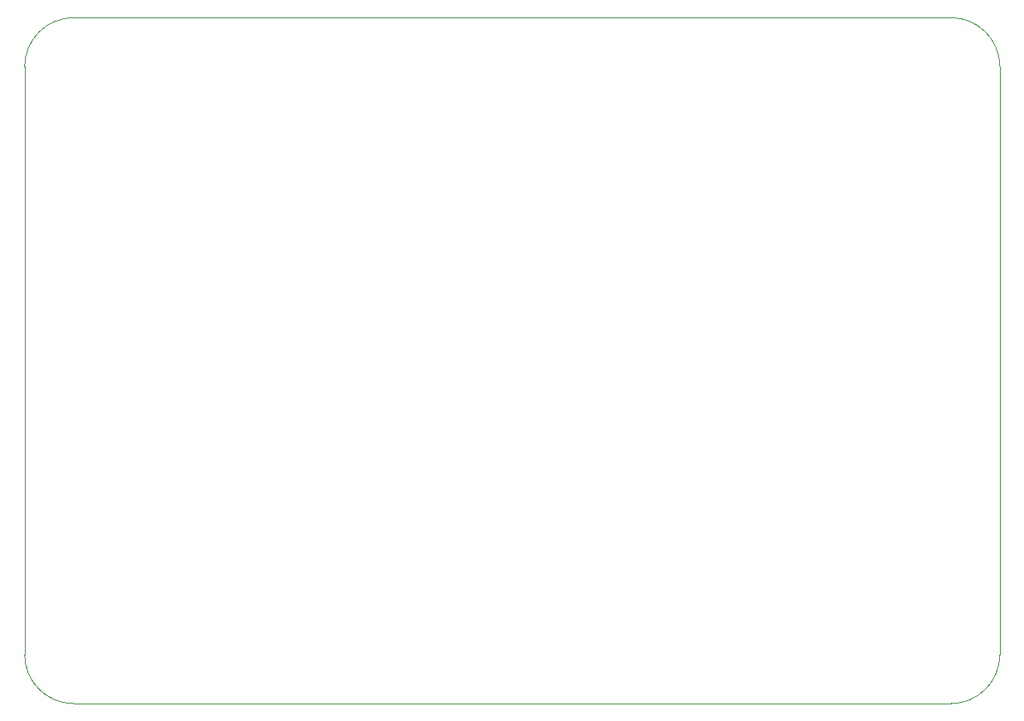
<source format=gbr>
%TF.GenerationSoftware,KiCad,Pcbnew,9.0.7*%
%TF.CreationDate,2026-02-16T17:51:40-05:00*%
%TF.ProjectId,zed-80,7a65642d-3830-42e6-9b69-6361645f7063,A*%
%TF.SameCoordinates,PX4db9760PY6b49d20*%
%TF.FileFunction,Profile,NP*%
%FSLAX46Y46*%
G04 Gerber Fmt 4.6, Leading zero omitted, Abs format (unit mm)*
G04 Created by KiCad (PCBNEW 9.0.7) date 2026-02-16 17:51:40*
%MOMM*%
%LPD*%
G01*
G04 APERTURE LIST*
%TA.AperFunction,Profile*%
%ADD10C,0.050000*%
%TD*%
G04 APERTURE END LIST*
D10*
X5000000Y0D02*
X94500000Y0D01*
X5000000Y70000000D02*
X94500000Y70000000D01*
X0Y65000000D02*
G75*
G02*
X5000000Y70000000I5000000J0D01*
G01*
X5000000Y0D02*
G75*
G02*
X0Y5000000I0J5000000D01*
G01*
X99500000Y5000000D02*
X99500000Y65000000D01*
X0Y65000000D02*
X0Y5000000D01*
X99500000Y5000000D02*
G75*
G02*
X94500000Y0I-5000000J0D01*
G01*
X94500000Y70000000D02*
G75*
G02*
X99500000Y65000000I0J-5000000D01*
G01*
M02*

</source>
